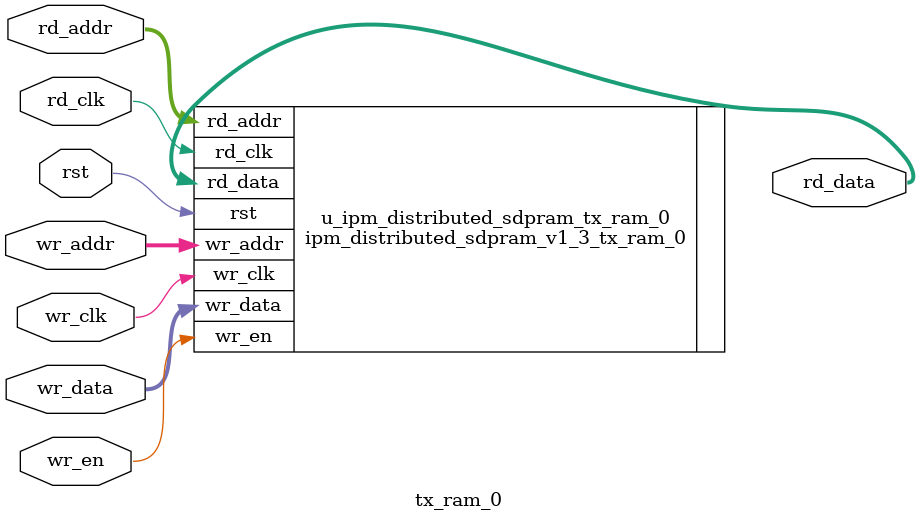
<source format=v>


`timescale 1 ns / 1 ps
module tx_ram_0
     (
      wr_data        ,
      wr_addr        ,
      rd_addr        ,
      wr_clk         ,
      rd_clk         ,
      wr_en          ,
      rst            ,
      rd_data
     );

    localparam ADDR_WIDTH = 4 ; //@IPC int 4,10

    localparam DATA_WIDTH = 70 ; //@IPC int 1,256

    localparam RST_TYPE = "SYNC" ; //@IPC enum ASYNC,SYNC

    localparam OUT_REG = 0 ; //@IPC bool

    localparam INIT_ENABLE = 0 ; //@IPC bool

    localparam INIT_FILE = "NONE" ; //@IPC string

    localparam FILE_FORMAT = "BIN" ; //@IPC enum BIN,HEX


    input    wire     [DATA_WIDTH-1:0]       wr_data               ;
    input    wire     [ADDR_WIDTH-1:0]       wr_addr               ;
    input    wire     [ADDR_WIDTH-1:0]       rd_addr               ;
    input    wire                            wr_clk                ;
    input    wire                            rd_clk                ;
    input    wire                            wr_en                 ;
    input    wire                            rst                   ;
    output   wire     [DATA_WIDTH-1:0]       rd_data               ;


ipm_distributed_sdpram_v1_3_tx_ram_0
    #(
     .ADDR_WIDTH    (ADDR_WIDTH )	,    //address width   range:4-10
     .DATA_WIDTH    (DATA_WIDTH ) 	,    //data width      range:4-256
     .RST_TYPE      (RST_TYPE   )   ,    //reset type   "ASYNC_RESET" "SYNC_RESET"
     .OUT_REG       (OUT_REG    )   ,    //output options :non_register(0)  register(1)
     .INIT_FILE     (INIT_FILE  )   ,
     .FILE_FORMAT   (FILE_FORMAT)
     ) u_ipm_distributed_sdpram_tx_ram_0
     (
      .wr_data      (wr_data    )   ,
      .wr_addr      (wr_addr    )   ,
      .rd_addr      (rd_addr    )   ,
      .wr_clk       (wr_clk     )   ,
      .rd_clk       (rd_clk     )   ,
      .wr_en        (wr_en      )   ,
      .rst          (rst        )   ,
      .rd_data      (rd_data    )
     );
endmodule

</source>
